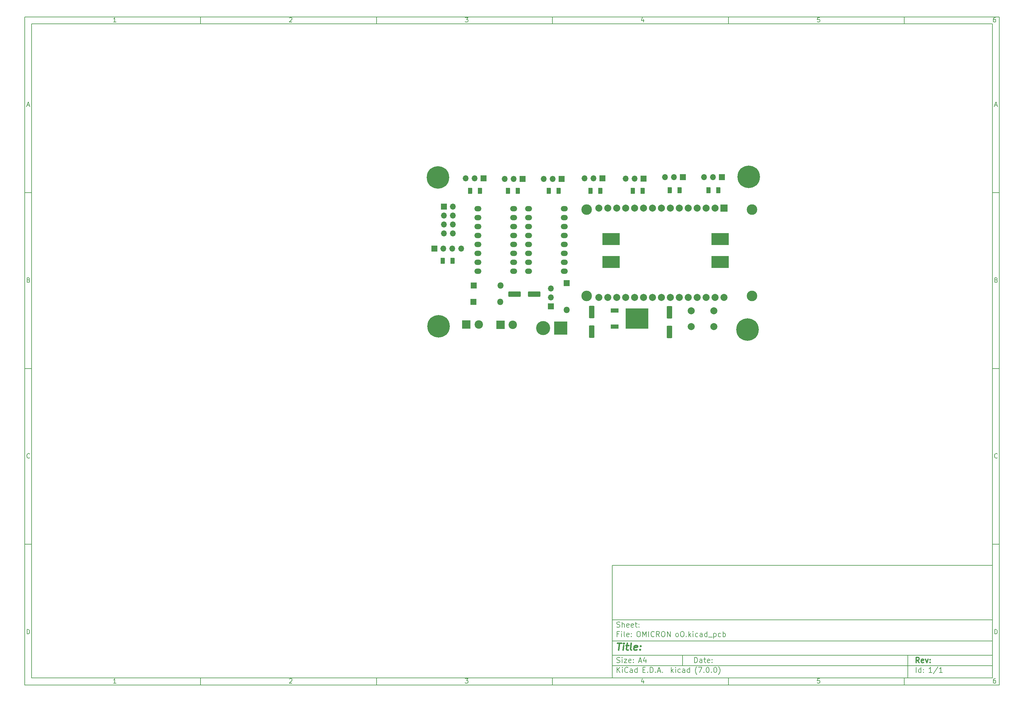
<source format=gbr>
%TF.GenerationSoftware,KiCad,Pcbnew,(7.0.0)*%
%TF.CreationDate,2023-04-21T00:05:07-05:00*%
%TF.ProjectId,OMICRON oO,4f4d4943-524f-44e2-906f-4f2e6b696361,rev?*%
%TF.SameCoordinates,Original*%
%TF.FileFunction,Soldermask,Top*%
%TF.FilePolarity,Negative*%
%FSLAX46Y46*%
G04 Gerber Fmt 4.6, Leading zero omitted, Abs format (unit mm)*
G04 Created by KiCad (PCBNEW (7.0.0)) date 2023-04-21 00:05:07*
%MOMM*%
%LPD*%
G01*
G04 APERTURE LIST*
G04 Aperture macros list*
%AMRoundRect*
0 Rectangle with rounded corners*
0 $1 Rounding radius*
0 $2 $3 $4 $5 $6 $7 $8 $9 X,Y pos of 4 corners*
0 Add a 4 corners polygon primitive as box body*
4,1,4,$2,$3,$4,$5,$6,$7,$8,$9,$2,$3,0*
0 Add four circle primitives for the rounded corners*
1,1,$1+$1,$2,$3*
1,1,$1+$1,$4,$5*
1,1,$1+$1,$6,$7*
1,1,$1+$1,$8,$9*
0 Add four rect primitives between the rounded corners*
20,1,$1+$1,$2,$3,$4,$5,0*
20,1,$1+$1,$4,$5,$6,$7,0*
20,1,$1+$1,$6,$7,$8,$9,0*
20,1,$1+$1,$8,$9,$2,$3,0*%
G04 Aperture macros list end*
%ADD10C,0.100000*%
%ADD11C,0.150000*%
%ADD12C,0.300000*%
%ADD13C,0.400000*%
%ADD14O,2.000000X1.524000*%
%ADD15RoundRect,0.250000X0.375000X0.625000X-0.375000X0.625000X-0.375000X-0.625000X0.375000X-0.625000X0*%
%ADD16RoundRect,0.250000X1.500000X0.550000X-1.500000X0.550000X-1.500000X-0.550000X1.500000X-0.550000X0*%
%ADD17R,1.700000X1.700000*%
%ADD18O,1.700000X1.700000*%
%ADD19C,0.800000*%
%ADD20C,6.400000*%
%ADD21R,1.800000X1.800000*%
%ADD22O,1.800000X1.800000*%
%ADD23R,2.400000X2.400000*%
%ADD24C,2.400000*%
%ADD25R,2.200000X1.200000*%
%ADD26R,6.400000X5.800000*%
%ADD27R,3.800000X3.800000*%
%ADD28C,4.000000*%
%ADD29C,3.000000*%
%ADD30R,2.000000X2.000000*%
%ADD31C,2.000000*%
%ADD32RoundRect,0.250000X-0.550000X1.500000X-0.550000X-1.500000X0.550000X-1.500000X0.550000X1.500000X0*%
%ADD33RoundRect,0.250000X0.550000X-1.500000X0.550000X1.500000X-0.550000X1.500000X-0.550000X-1.500000X0*%
%ADD34R,5.000000X3.500000*%
G04 APERTURE END LIST*
D10*
D11*
X177002200Y-166007200D02*
X285002200Y-166007200D01*
X285002200Y-198007200D01*
X177002200Y-198007200D01*
X177002200Y-166007200D01*
D10*
D11*
X10000000Y-10000000D02*
X287002200Y-10000000D01*
X287002200Y-200007200D01*
X10000000Y-200007200D01*
X10000000Y-10000000D01*
D10*
D11*
X12000000Y-12000000D02*
X285002200Y-12000000D01*
X285002200Y-198007200D01*
X12000000Y-198007200D01*
X12000000Y-12000000D01*
D10*
D11*
X60000000Y-12000000D02*
X60000000Y-10000000D01*
D10*
D11*
X110000000Y-12000000D02*
X110000000Y-10000000D01*
D10*
D11*
X160000000Y-12000000D02*
X160000000Y-10000000D01*
D10*
D11*
X210000000Y-12000000D02*
X210000000Y-10000000D01*
D10*
D11*
X260000000Y-12000000D02*
X260000000Y-10000000D01*
D10*
D11*
X35990476Y-11477595D02*
X35247619Y-11477595D01*
X35619047Y-11477595D02*
X35619047Y-10177595D01*
X35619047Y-10177595D02*
X35495238Y-10363309D01*
X35495238Y-10363309D02*
X35371428Y-10487119D01*
X35371428Y-10487119D02*
X35247619Y-10549023D01*
D10*
D11*
X85247619Y-10301404D02*
X85309523Y-10239500D01*
X85309523Y-10239500D02*
X85433333Y-10177595D01*
X85433333Y-10177595D02*
X85742857Y-10177595D01*
X85742857Y-10177595D02*
X85866666Y-10239500D01*
X85866666Y-10239500D02*
X85928571Y-10301404D01*
X85928571Y-10301404D02*
X85990476Y-10425214D01*
X85990476Y-10425214D02*
X85990476Y-10549023D01*
X85990476Y-10549023D02*
X85928571Y-10734738D01*
X85928571Y-10734738D02*
X85185714Y-11477595D01*
X85185714Y-11477595D02*
X85990476Y-11477595D01*
D10*
D11*
X135185714Y-10177595D02*
X135990476Y-10177595D01*
X135990476Y-10177595D02*
X135557142Y-10672833D01*
X135557142Y-10672833D02*
X135742857Y-10672833D01*
X135742857Y-10672833D02*
X135866666Y-10734738D01*
X135866666Y-10734738D02*
X135928571Y-10796642D01*
X135928571Y-10796642D02*
X135990476Y-10920452D01*
X135990476Y-10920452D02*
X135990476Y-11229976D01*
X135990476Y-11229976D02*
X135928571Y-11353785D01*
X135928571Y-11353785D02*
X135866666Y-11415690D01*
X135866666Y-11415690D02*
X135742857Y-11477595D01*
X135742857Y-11477595D02*
X135371428Y-11477595D01*
X135371428Y-11477595D02*
X135247619Y-11415690D01*
X135247619Y-11415690D02*
X135185714Y-11353785D01*
D10*
D11*
X185866666Y-10610928D02*
X185866666Y-11477595D01*
X185557142Y-10115690D02*
X185247619Y-11044261D01*
X185247619Y-11044261D02*
X186052380Y-11044261D01*
D10*
D11*
X235928571Y-10177595D02*
X235309523Y-10177595D01*
X235309523Y-10177595D02*
X235247619Y-10796642D01*
X235247619Y-10796642D02*
X235309523Y-10734738D01*
X235309523Y-10734738D02*
X235433333Y-10672833D01*
X235433333Y-10672833D02*
X235742857Y-10672833D01*
X235742857Y-10672833D02*
X235866666Y-10734738D01*
X235866666Y-10734738D02*
X235928571Y-10796642D01*
X235928571Y-10796642D02*
X235990476Y-10920452D01*
X235990476Y-10920452D02*
X235990476Y-11229976D01*
X235990476Y-11229976D02*
X235928571Y-11353785D01*
X235928571Y-11353785D02*
X235866666Y-11415690D01*
X235866666Y-11415690D02*
X235742857Y-11477595D01*
X235742857Y-11477595D02*
X235433333Y-11477595D01*
X235433333Y-11477595D02*
X235309523Y-11415690D01*
X235309523Y-11415690D02*
X235247619Y-11353785D01*
D10*
D11*
X285866666Y-10177595D02*
X285619047Y-10177595D01*
X285619047Y-10177595D02*
X285495238Y-10239500D01*
X285495238Y-10239500D02*
X285433333Y-10301404D01*
X285433333Y-10301404D02*
X285309523Y-10487119D01*
X285309523Y-10487119D02*
X285247619Y-10734738D01*
X285247619Y-10734738D02*
X285247619Y-11229976D01*
X285247619Y-11229976D02*
X285309523Y-11353785D01*
X285309523Y-11353785D02*
X285371428Y-11415690D01*
X285371428Y-11415690D02*
X285495238Y-11477595D01*
X285495238Y-11477595D02*
X285742857Y-11477595D01*
X285742857Y-11477595D02*
X285866666Y-11415690D01*
X285866666Y-11415690D02*
X285928571Y-11353785D01*
X285928571Y-11353785D02*
X285990476Y-11229976D01*
X285990476Y-11229976D02*
X285990476Y-10920452D01*
X285990476Y-10920452D02*
X285928571Y-10796642D01*
X285928571Y-10796642D02*
X285866666Y-10734738D01*
X285866666Y-10734738D02*
X285742857Y-10672833D01*
X285742857Y-10672833D02*
X285495238Y-10672833D01*
X285495238Y-10672833D02*
X285371428Y-10734738D01*
X285371428Y-10734738D02*
X285309523Y-10796642D01*
X285309523Y-10796642D02*
X285247619Y-10920452D01*
D10*
D11*
X60000000Y-198007200D02*
X60000000Y-200007200D01*
D10*
D11*
X110000000Y-198007200D02*
X110000000Y-200007200D01*
D10*
D11*
X160000000Y-198007200D02*
X160000000Y-200007200D01*
D10*
D11*
X210000000Y-198007200D02*
X210000000Y-200007200D01*
D10*
D11*
X260000000Y-198007200D02*
X260000000Y-200007200D01*
D10*
D11*
X35990476Y-199484795D02*
X35247619Y-199484795D01*
X35619047Y-199484795D02*
X35619047Y-198184795D01*
X35619047Y-198184795D02*
X35495238Y-198370509D01*
X35495238Y-198370509D02*
X35371428Y-198494319D01*
X35371428Y-198494319D02*
X35247619Y-198556223D01*
D10*
D11*
X85247619Y-198308604D02*
X85309523Y-198246700D01*
X85309523Y-198246700D02*
X85433333Y-198184795D01*
X85433333Y-198184795D02*
X85742857Y-198184795D01*
X85742857Y-198184795D02*
X85866666Y-198246700D01*
X85866666Y-198246700D02*
X85928571Y-198308604D01*
X85928571Y-198308604D02*
X85990476Y-198432414D01*
X85990476Y-198432414D02*
X85990476Y-198556223D01*
X85990476Y-198556223D02*
X85928571Y-198741938D01*
X85928571Y-198741938D02*
X85185714Y-199484795D01*
X85185714Y-199484795D02*
X85990476Y-199484795D01*
D10*
D11*
X135185714Y-198184795D02*
X135990476Y-198184795D01*
X135990476Y-198184795D02*
X135557142Y-198680033D01*
X135557142Y-198680033D02*
X135742857Y-198680033D01*
X135742857Y-198680033D02*
X135866666Y-198741938D01*
X135866666Y-198741938D02*
X135928571Y-198803842D01*
X135928571Y-198803842D02*
X135990476Y-198927652D01*
X135990476Y-198927652D02*
X135990476Y-199237176D01*
X135990476Y-199237176D02*
X135928571Y-199360985D01*
X135928571Y-199360985D02*
X135866666Y-199422890D01*
X135866666Y-199422890D02*
X135742857Y-199484795D01*
X135742857Y-199484795D02*
X135371428Y-199484795D01*
X135371428Y-199484795D02*
X135247619Y-199422890D01*
X135247619Y-199422890D02*
X135185714Y-199360985D01*
D10*
D11*
X185866666Y-198618128D02*
X185866666Y-199484795D01*
X185557142Y-198122890D02*
X185247619Y-199051461D01*
X185247619Y-199051461D02*
X186052380Y-199051461D01*
D10*
D11*
X235928571Y-198184795D02*
X235309523Y-198184795D01*
X235309523Y-198184795D02*
X235247619Y-198803842D01*
X235247619Y-198803842D02*
X235309523Y-198741938D01*
X235309523Y-198741938D02*
X235433333Y-198680033D01*
X235433333Y-198680033D02*
X235742857Y-198680033D01*
X235742857Y-198680033D02*
X235866666Y-198741938D01*
X235866666Y-198741938D02*
X235928571Y-198803842D01*
X235928571Y-198803842D02*
X235990476Y-198927652D01*
X235990476Y-198927652D02*
X235990476Y-199237176D01*
X235990476Y-199237176D02*
X235928571Y-199360985D01*
X235928571Y-199360985D02*
X235866666Y-199422890D01*
X235866666Y-199422890D02*
X235742857Y-199484795D01*
X235742857Y-199484795D02*
X235433333Y-199484795D01*
X235433333Y-199484795D02*
X235309523Y-199422890D01*
X235309523Y-199422890D02*
X235247619Y-199360985D01*
D10*
D11*
X285866666Y-198184795D02*
X285619047Y-198184795D01*
X285619047Y-198184795D02*
X285495238Y-198246700D01*
X285495238Y-198246700D02*
X285433333Y-198308604D01*
X285433333Y-198308604D02*
X285309523Y-198494319D01*
X285309523Y-198494319D02*
X285247619Y-198741938D01*
X285247619Y-198741938D02*
X285247619Y-199237176D01*
X285247619Y-199237176D02*
X285309523Y-199360985D01*
X285309523Y-199360985D02*
X285371428Y-199422890D01*
X285371428Y-199422890D02*
X285495238Y-199484795D01*
X285495238Y-199484795D02*
X285742857Y-199484795D01*
X285742857Y-199484795D02*
X285866666Y-199422890D01*
X285866666Y-199422890D02*
X285928571Y-199360985D01*
X285928571Y-199360985D02*
X285990476Y-199237176D01*
X285990476Y-199237176D02*
X285990476Y-198927652D01*
X285990476Y-198927652D02*
X285928571Y-198803842D01*
X285928571Y-198803842D02*
X285866666Y-198741938D01*
X285866666Y-198741938D02*
X285742857Y-198680033D01*
X285742857Y-198680033D02*
X285495238Y-198680033D01*
X285495238Y-198680033D02*
X285371428Y-198741938D01*
X285371428Y-198741938D02*
X285309523Y-198803842D01*
X285309523Y-198803842D02*
X285247619Y-198927652D01*
D10*
D11*
X10000000Y-60000000D02*
X12000000Y-60000000D01*
D10*
D11*
X10000000Y-110000000D02*
X12000000Y-110000000D01*
D10*
D11*
X10000000Y-160000000D02*
X12000000Y-160000000D01*
D10*
D11*
X10690476Y-35106166D02*
X11309523Y-35106166D01*
X10566666Y-35477595D02*
X10999999Y-34177595D01*
X10999999Y-34177595D02*
X11433333Y-35477595D01*
D10*
D11*
X11092857Y-84796642D02*
X11278571Y-84858547D01*
X11278571Y-84858547D02*
X11340476Y-84920452D01*
X11340476Y-84920452D02*
X11402380Y-85044261D01*
X11402380Y-85044261D02*
X11402380Y-85229976D01*
X11402380Y-85229976D02*
X11340476Y-85353785D01*
X11340476Y-85353785D02*
X11278571Y-85415690D01*
X11278571Y-85415690D02*
X11154761Y-85477595D01*
X11154761Y-85477595D02*
X10659523Y-85477595D01*
X10659523Y-85477595D02*
X10659523Y-84177595D01*
X10659523Y-84177595D02*
X11092857Y-84177595D01*
X11092857Y-84177595D02*
X11216666Y-84239500D01*
X11216666Y-84239500D02*
X11278571Y-84301404D01*
X11278571Y-84301404D02*
X11340476Y-84425214D01*
X11340476Y-84425214D02*
X11340476Y-84549023D01*
X11340476Y-84549023D02*
X11278571Y-84672833D01*
X11278571Y-84672833D02*
X11216666Y-84734738D01*
X11216666Y-84734738D02*
X11092857Y-84796642D01*
X11092857Y-84796642D02*
X10659523Y-84796642D01*
D10*
D11*
X11402380Y-135353785D02*
X11340476Y-135415690D01*
X11340476Y-135415690D02*
X11154761Y-135477595D01*
X11154761Y-135477595D02*
X11030952Y-135477595D01*
X11030952Y-135477595D02*
X10845238Y-135415690D01*
X10845238Y-135415690D02*
X10721428Y-135291880D01*
X10721428Y-135291880D02*
X10659523Y-135168071D01*
X10659523Y-135168071D02*
X10597619Y-134920452D01*
X10597619Y-134920452D02*
X10597619Y-134734738D01*
X10597619Y-134734738D02*
X10659523Y-134487119D01*
X10659523Y-134487119D02*
X10721428Y-134363309D01*
X10721428Y-134363309D02*
X10845238Y-134239500D01*
X10845238Y-134239500D02*
X11030952Y-134177595D01*
X11030952Y-134177595D02*
X11154761Y-134177595D01*
X11154761Y-134177595D02*
X11340476Y-134239500D01*
X11340476Y-134239500D02*
X11402380Y-134301404D01*
D10*
D11*
X10659523Y-185477595D02*
X10659523Y-184177595D01*
X10659523Y-184177595D02*
X10969047Y-184177595D01*
X10969047Y-184177595D02*
X11154761Y-184239500D01*
X11154761Y-184239500D02*
X11278571Y-184363309D01*
X11278571Y-184363309D02*
X11340476Y-184487119D01*
X11340476Y-184487119D02*
X11402380Y-184734738D01*
X11402380Y-184734738D02*
X11402380Y-184920452D01*
X11402380Y-184920452D02*
X11340476Y-185168071D01*
X11340476Y-185168071D02*
X11278571Y-185291880D01*
X11278571Y-185291880D02*
X11154761Y-185415690D01*
X11154761Y-185415690D02*
X10969047Y-185477595D01*
X10969047Y-185477595D02*
X10659523Y-185477595D01*
D10*
D11*
X287002200Y-60000000D02*
X285002200Y-60000000D01*
D10*
D11*
X287002200Y-110000000D02*
X285002200Y-110000000D01*
D10*
D11*
X287002200Y-160000000D02*
X285002200Y-160000000D01*
D10*
D11*
X285692676Y-35106166D02*
X286311723Y-35106166D01*
X285568866Y-35477595D02*
X286002199Y-34177595D01*
X286002199Y-34177595D02*
X286435533Y-35477595D01*
D10*
D11*
X286095057Y-84796642D02*
X286280771Y-84858547D01*
X286280771Y-84858547D02*
X286342676Y-84920452D01*
X286342676Y-84920452D02*
X286404580Y-85044261D01*
X286404580Y-85044261D02*
X286404580Y-85229976D01*
X286404580Y-85229976D02*
X286342676Y-85353785D01*
X286342676Y-85353785D02*
X286280771Y-85415690D01*
X286280771Y-85415690D02*
X286156961Y-85477595D01*
X286156961Y-85477595D02*
X285661723Y-85477595D01*
X285661723Y-85477595D02*
X285661723Y-84177595D01*
X285661723Y-84177595D02*
X286095057Y-84177595D01*
X286095057Y-84177595D02*
X286218866Y-84239500D01*
X286218866Y-84239500D02*
X286280771Y-84301404D01*
X286280771Y-84301404D02*
X286342676Y-84425214D01*
X286342676Y-84425214D02*
X286342676Y-84549023D01*
X286342676Y-84549023D02*
X286280771Y-84672833D01*
X286280771Y-84672833D02*
X286218866Y-84734738D01*
X286218866Y-84734738D02*
X286095057Y-84796642D01*
X286095057Y-84796642D02*
X285661723Y-84796642D01*
D10*
D11*
X286404580Y-135353785D02*
X286342676Y-135415690D01*
X286342676Y-135415690D02*
X286156961Y-135477595D01*
X286156961Y-135477595D02*
X286033152Y-135477595D01*
X286033152Y-135477595D02*
X285847438Y-135415690D01*
X285847438Y-135415690D02*
X285723628Y-135291880D01*
X285723628Y-135291880D02*
X285661723Y-135168071D01*
X285661723Y-135168071D02*
X285599819Y-134920452D01*
X285599819Y-134920452D02*
X285599819Y-134734738D01*
X285599819Y-134734738D02*
X285661723Y-134487119D01*
X285661723Y-134487119D02*
X285723628Y-134363309D01*
X285723628Y-134363309D02*
X285847438Y-134239500D01*
X285847438Y-134239500D02*
X286033152Y-134177595D01*
X286033152Y-134177595D02*
X286156961Y-134177595D01*
X286156961Y-134177595D02*
X286342676Y-134239500D01*
X286342676Y-134239500D02*
X286404580Y-134301404D01*
D10*
D11*
X285661723Y-185477595D02*
X285661723Y-184177595D01*
X285661723Y-184177595D02*
X285971247Y-184177595D01*
X285971247Y-184177595D02*
X286156961Y-184239500D01*
X286156961Y-184239500D02*
X286280771Y-184363309D01*
X286280771Y-184363309D02*
X286342676Y-184487119D01*
X286342676Y-184487119D02*
X286404580Y-184734738D01*
X286404580Y-184734738D02*
X286404580Y-184920452D01*
X286404580Y-184920452D02*
X286342676Y-185168071D01*
X286342676Y-185168071D02*
X286280771Y-185291880D01*
X286280771Y-185291880D02*
X286156961Y-185415690D01*
X286156961Y-185415690D02*
X285971247Y-185477595D01*
X285971247Y-185477595D02*
X285661723Y-185477595D01*
D10*
D11*
X200359342Y-193658271D02*
X200359342Y-192158271D01*
X200359342Y-192158271D02*
X200716485Y-192158271D01*
X200716485Y-192158271D02*
X200930771Y-192229700D01*
X200930771Y-192229700D02*
X201073628Y-192372557D01*
X201073628Y-192372557D02*
X201145057Y-192515414D01*
X201145057Y-192515414D02*
X201216485Y-192801128D01*
X201216485Y-192801128D02*
X201216485Y-193015414D01*
X201216485Y-193015414D02*
X201145057Y-193301128D01*
X201145057Y-193301128D02*
X201073628Y-193443985D01*
X201073628Y-193443985D02*
X200930771Y-193586842D01*
X200930771Y-193586842D02*
X200716485Y-193658271D01*
X200716485Y-193658271D02*
X200359342Y-193658271D01*
X202502200Y-193658271D02*
X202502200Y-192872557D01*
X202502200Y-192872557D02*
X202430771Y-192729700D01*
X202430771Y-192729700D02*
X202287914Y-192658271D01*
X202287914Y-192658271D02*
X202002200Y-192658271D01*
X202002200Y-192658271D02*
X201859342Y-192729700D01*
X202502200Y-193586842D02*
X202359342Y-193658271D01*
X202359342Y-193658271D02*
X202002200Y-193658271D01*
X202002200Y-193658271D02*
X201859342Y-193586842D01*
X201859342Y-193586842D02*
X201787914Y-193443985D01*
X201787914Y-193443985D02*
X201787914Y-193301128D01*
X201787914Y-193301128D02*
X201859342Y-193158271D01*
X201859342Y-193158271D02*
X202002200Y-193086842D01*
X202002200Y-193086842D02*
X202359342Y-193086842D01*
X202359342Y-193086842D02*
X202502200Y-193015414D01*
X203002200Y-192658271D02*
X203573628Y-192658271D01*
X203216485Y-192158271D02*
X203216485Y-193443985D01*
X203216485Y-193443985D02*
X203287914Y-193586842D01*
X203287914Y-193586842D02*
X203430771Y-193658271D01*
X203430771Y-193658271D02*
X203573628Y-193658271D01*
X204645057Y-193586842D02*
X204502200Y-193658271D01*
X204502200Y-193658271D02*
X204216486Y-193658271D01*
X204216486Y-193658271D02*
X204073628Y-193586842D01*
X204073628Y-193586842D02*
X204002200Y-193443985D01*
X204002200Y-193443985D02*
X204002200Y-192872557D01*
X204002200Y-192872557D02*
X204073628Y-192729700D01*
X204073628Y-192729700D02*
X204216486Y-192658271D01*
X204216486Y-192658271D02*
X204502200Y-192658271D01*
X204502200Y-192658271D02*
X204645057Y-192729700D01*
X204645057Y-192729700D02*
X204716486Y-192872557D01*
X204716486Y-192872557D02*
X204716486Y-193015414D01*
X204716486Y-193015414D02*
X204002200Y-193158271D01*
X205359342Y-193515414D02*
X205430771Y-193586842D01*
X205430771Y-193586842D02*
X205359342Y-193658271D01*
X205359342Y-193658271D02*
X205287914Y-193586842D01*
X205287914Y-193586842D02*
X205359342Y-193515414D01*
X205359342Y-193515414D02*
X205359342Y-193658271D01*
X205359342Y-192729700D02*
X205430771Y-192801128D01*
X205430771Y-192801128D02*
X205359342Y-192872557D01*
X205359342Y-192872557D02*
X205287914Y-192801128D01*
X205287914Y-192801128D02*
X205359342Y-192729700D01*
X205359342Y-192729700D02*
X205359342Y-192872557D01*
D10*
D11*
X177002200Y-194507200D02*
X285002200Y-194507200D01*
D10*
D11*
X178359342Y-196458271D02*
X178359342Y-194958271D01*
X179216485Y-196458271D02*
X178573628Y-195601128D01*
X179216485Y-194958271D02*
X178359342Y-195815414D01*
X179859342Y-196458271D02*
X179859342Y-195458271D01*
X179859342Y-194958271D02*
X179787914Y-195029700D01*
X179787914Y-195029700D02*
X179859342Y-195101128D01*
X179859342Y-195101128D02*
X179930771Y-195029700D01*
X179930771Y-195029700D02*
X179859342Y-194958271D01*
X179859342Y-194958271D02*
X179859342Y-195101128D01*
X181430771Y-196315414D02*
X181359343Y-196386842D01*
X181359343Y-196386842D02*
X181145057Y-196458271D01*
X181145057Y-196458271D02*
X181002200Y-196458271D01*
X181002200Y-196458271D02*
X180787914Y-196386842D01*
X180787914Y-196386842D02*
X180645057Y-196243985D01*
X180645057Y-196243985D02*
X180573628Y-196101128D01*
X180573628Y-196101128D02*
X180502200Y-195815414D01*
X180502200Y-195815414D02*
X180502200Y-195601128D01*
X180502200Y-195601128D02*
X180573628Y-195315414D01*
X180573628Y-195315414D02*
X180645057Y-195172557D01*
X180645057Y-195172557D02*
X180787914Y-195029700D01*
X180787914Y-195029700D02*
X181002200Y-194958271D01*
X181002200Y-194958271D02*
X181145057Y-194958271D01*
X181145057Y-194958271D02*
X181359343Y-195029700D01*
X181359343Y-195029700D02*
X181430771Y-195101128D01*
X182716486Y-196458271D02*
X182716486Y-195672557D01*
X182716486Y-195672557D02*
X182645057Y-195529700D01*
X182645057Y-195529700D02*
X182502200Y-195458271D01*
X182502200Y-195458271D02*
X182216486Y-195458271D01*
X182216486Y-195458271D02*
X182073628Y-195529700D01*
X182716486Y-196386842D02*
X182573628Y-196458271D01*
X182573628Y-196458271D02*
X182216486Y-196458271D01*
X182216486Y-196458271D02*
X182073628Y-196386842D01*
X182073628Y-196386842D02*
X182002200Y-196243985D01*
X182002200Y-196243985D02*
X182002200Y-196101128D01*
X182002200Y-196101128D02*
X182073628Y-195958271D01*
X182073628Y-195958271D02*
X182216486Y-195886842D01*
X182216486Y-195886842D02*
X182573628Y-195886842D01*
X182573628Y-195886842D02*
X182716486Y-195815414D01*
X184073629Y-196458271D02*
X184073629Y-194958271D01*
X184073629Y-196386842D02*
X183930771Y-196458271D01*
X183930771Y-196458271D02*
X183645057Y-196458271D01*
X183645057Y-196458271D02*
X183502200Y-196386842D01*
X183502200Y-196386842D02*
X183430771Y-196315414D01*
X183430771Y-196315414D02*
X183359343Y-196172557D01*
X183359343Y-196172557D02*
X183359343Y-195743985D01*
X183359343Y-195743985D02*
X183430771Y-195601128D01*
X183430771Y-195601128D02*
X183502200Y-195529700D01*
X183502200Y-195529700D02*
X183645057Y-195458271D01*
X183645057Y-195458271D02*
X183930771Y-195458271D01*
X183930771Y-195458271D02*
X184073629Y-195529700D01*
X185687914Y-195672557D02*
X186187914Y-195672557D01*
X186402200Y-196458271D02*
X185687914Y-196458271D01*
X185687914Y-196458271D02*
X185687914Y-194958271D01*
X185687914Y-194958271D02*
X186402200Y-194958271D01*
X187045057Y-196315414D02*
X187116486Y-196386842D01*
X187116486Y-196386842D02*
X187045057Y-196458271D01*
X187045057Y-196458271D02*
X186973629Y-196386842D01*
X186973629Y-196386842D02*
X187045057Y-196315414D01*
X187045057Y-196315414D02*
X187045057Y-196458271D01*
X187759343Y-196458271D02*
X187759343Y-194958271D01*
X187759343Y-194958271D02*
X188116486Y-194958271D01*
X188116486Y-194958271D02*
X188330772Y-195029700D01*
X188330772Y-195029700D02*
X188473629Y-195172557D01*
X188473629Y-195172557D02*
X188545058Y-195315414D01*
X188545058Y-195315414D02*
X188616486Y-195601128D01*
X188616486Y-195601128D02*
X188616486Y-195815414D01*
X188616486Y-195815414D02*
X188545058Y-196101128D01*
X188545058Y-196101128D02*
X188473629Y-196243985D01*
X188473629Y-196243985D02*
X188330772Y-196386842D01*
X188330772Y-196386842D02*
X188116486Y-196458271D01*
X188116486Y-196458271D02*
X187759343Y-196458271D01*
X189259343Y-196315414D02*
X189330772Y-196386842D01*
X189330772Y-196386842D02*
X189259343Y-196458271D01*
X189259343Y-196458271D02*
X189187915Y-196386842D01*
X189187915Y-196386842D02*
X189259343Y-196315414D01*
X189259343Y-196315414D02*
X189259343Y-196458271D01*
X189902201Y-196029700D02*
X190616487Y-196029700D01*
X189759344Y-196458271D02*
X190259344Y-194958271D01*
X190259344Y-194958271D02*
X190759344Y-196458271D01*
X191259343Y-196315414D02*
X191330772Y-196386842D01*
X191330772Y-196386842D02*
X191259343Y-196458271D01*
X191259343Y-196458271D02*
X191187915Y-196386842D01*
X191187915Y-196386842D02*
X191259343Y-196315414D01*
X191259343Y-196315414D02*
X191259343Y-196458271D01*
X193773629Y-196458271D02*
X193773629Y-194958271D01*
X193916487Y-195886842D02*
X194345058Y-196458271D01*
X194345058Y-195458271D02*
X193773629Y-196029700D01*
X194987915Y-196458271D02*
X194987915Y-195458271D01*
X194987915Y-194958271D02*
X194916487Y-195029700D01*
X194916487Y-195029700D02*
X194987915Y-195101128D01*
X194987915Y-195101128D02*
X195059344Y-195029700D01*
X195059344Y-195029700D02*
X194987915Y-194958271D01*
X194987915Y-194958271D02*
X194987915Y-195101128D01*
X196345059Y-196386842D02*
X196202201Y-196458271D01*
X196202201Y-196458271D02*
X195916487Y-196458271D01*
X195916487Y-196458271D02*
X195773630Y-196386842D01*
X195773630Y-196386842D02*
X195702201Y-196315414D01*
X195702201Y-196315414D02*
X195630773Y-196172557D01*
X195630773Y-196172557D02*
X195630773Y-195743985D01*
X195630773Y-195743985D02*
X195702201Y-195601128D01*
X195702201Y-195601128D02*
X195773630Y-195529700D01*
X195773630Y-195529700D02*
X195916487Y-195458271D01*
X195916487Y-195458271D02*
X196202201Y-195458271D01*
X196202201Y-195458271D02*
X196345059Y-195529700D01*
X197630773Y-196458271D02*
X197630773Y-195672557D01*
X197630773Y-195672557D02*
X197559344Y-195529700D01*
X197559344Y-195529700D02*
X197416487Y-195458271D01*
X197416487Y-195458271D02*
X197130773Y-195458271D01*
X197130773Y-195458271D02*
X196987915Y-195529700D01*
X197630773Y-196386842D02*
X197487915Y-196458271D01*
X197487915Y-196458271D02*
X197130773Y-196458271D01*
X197130773Y-196458271D02*
X196987915Y-196386842D01*
X196987915Y-196386842D02*
X196916487Y-196243985D01*
X196916487Y-196243985D02*
X196916487Y-196101128D01*
X196916487Y-196101128D02*
X196987915Y-195958271D01*
X196987915Y-195958271D02*
X197130773Y-195886842D01*
X197130773Y-195886842D02*
X197487915Y-195886842D01*
X197487915Y-195886842D02*
X197630773Y-195815414D01*
X198987916Y-196458271D02*
X198987916Y-194958271D01*
X198987916Y-196386842D02*
X198845058Y-196458271D01*
X198845058Y-196458271D02*
X198559344Y-196458271D01*
X198559344Y-196458271D02*
X198416487Y-196386842D01*
X198416487Y-196386842D02*
X198345058Y-196315414D01*
X198345058Y-196315414D02*
X198273630Y-196172557D01*
X198273630Y-196172557D02*
X198273630Y-195743985D01*
X198273630Y-195743985D02*
X198345058Y-195601128D01*
X198345058Y-195601128D02*
X198416487Y-195529700D01*
X198416487Y-195529700D02*
X198559344Y-195458271D01*
X198559344Y-195458271D02*
X198845058Y-195458271D01*
X198845058Y-195458271D02*
X198987916Y-195529700D01*
X201030773Y-197029700D02*
X200959344Y-196958271D01*
X200959344Y-196958271D02*
X200816487Y-196743985D01*
X200816487Y-196743985D02*
X200745059Y-196601128D01*
X200745059Y-196601128D02*
X200673630Y-196386842D01*
X200673630Y-196386842D02*
X200602201Y-196029700D01*
X200602201Y-196029700D02*
X200602201Y-195743985D01*
X200602201Y-195743985D02*
X200673630Y-195386842D01*
X200673630Y-195386842D02*
X200745059Y-195172557D01*
X200745059Y-195172557D02*
X200816487Y-195029700D01*
X200816487Y-195029700D02*
X200959344Y-194815414D01*
X200959344Y-194815414D02*
X201030773Y-194743985D01*
X201459344Y-194958271D02*
X202459344Y-194958271D01*
X202459344Y-194958271D02*
X201816487Y-196458271D01*
X203030772Y-196315414D02*
X203102201Y-196386842D01*
X203102201Y-196386842D02*
X203030772Y-196458271D01*
X203030772Y-196458271D02*
X202959344Y-196386842D01*
X202959344Y-196386842D02*
X203030772Y-196315414D01*
X203030772Y-196315414D02*
X203030772Y-196458271D01*
X204030773Y-194958271D02*
X204173630Y-194958271D01*
X204173630Y-194958271D02*
X204316487Y-195029700D01*
X204316487Y-195029700D02*
X204387916Y-195101128D01*
X204387916Y-195101128D02*
X204459344Y-195243985D01*
X204459344Y-195243985D02*
X204530773Y-195529700D01*
X204530773Y-195529700D02*
X204530773Y-195886842D01*
X204530773Y-195886842D02*
X204459344Y-196172557D01*
X204459344Y-196172557D02*
X204387916Y-196315414D01*
X204387916Y-196315414D02*
X204316487Y-196386842D01*
X204316487Y-196386842D02*
X204173630Y-196458271D01*
X204173630Y-196458271D02*
X204030773Y-196458271D01*
X204030773Y-196458271D02*
X203887916Y-196386842D01*
X203887916Y-196386842D02*
X203816487Y-196315414D01*
X203816487Y-196315414D02*
X203745058Y-196172557D01*
X203745058Y-196172557D02*
X203673630Y-195886842D01*
X203673630Y-195886842D02*
X203673630Y-195529700D01*
X203673630Y-195529700D02*
X203745058Y-195243985D01*
X203745058Y-195243985D02*
X203816487Y-195101128D01*
X203816487Y-195101128D02*
X203887916Y-195029700D01*
X203887916Y-195029700D02*
X204030773Y-194958271D01*
X205173629Y-196315414D02*
X205245058Y-196386842D01*
X205245058Y-196386842D02*
X205173629Y-196458271D01*
X205173629Y-196458271D02*
X205102201Y-196386842D01*
X205102201Y-196386842D02*
X205173629Y-196315414D01*
X205173629Y-196315414D02*
X205173629Y-196458271D01*
X206173630Y-194958271D02*
X206316487Y-194958271D01*
X206316487Y-194958271D02*
X206459344Y-195029700D01*
X206459344Y-195029700D02*
X206530773Y-195101128D01*
X206530773Y-195101128D02*
X206602201Y-195243985D01*
X206602201Y-195243985D02*
X206673630Y-195529700D01*
X206673630Y-195529700D02*
X206673630Y-195886842D01*
X206673630Y-195886842D02*
X206602201Y-196172557D01*
X206602201Y-196172557D02*
X206530773Y-196315414D01*
X206530773Y-196315414D02*
X206459344Y-196386842D01*
X206459344Y-196386842D02*
X206316487Y-196458271D01*
X206316487Y-196458271D02*
X206173630Y-196458271D01*
X206173630Y-196458271D02*
X206030773Y-196386842D01*
X206030773Y-196386842D02*
X205959344Y-196315414D01*
X205959344Y-196315414D02*
X205887915Y-196172557D01*
X205887915Y-196172557D02*
X205816487Y-195886842D01*
X205816487Y-195886842D02*
X205816487Y-195529700D01*
X205816487Y-195529700D02*
X205887915Y-195243985D01*
X205887915Y-195243985D02*
X205959344Y-195101128D01*
X205959344Y-195101128D02*
X206030773Y-195029700D01*
X206030773Y-195029700D02*
X206173630Y-194958271D01*
X207173629Y-197029700D02*
X207245058Y-196958271D01*
X207245058Y-196958271D02*
X207387915Y-196743985D01*
X207387915Y-196743985D02*
X207459344Y-196601128D01*
X207459344Y-196601128D02*
X207530772Y-196386842D01*
X207530772Y-196386842D02*
X207602201Y-196029700D01*
X207602201Y-196029700D02*
X207602201Y-195743985D01*
X207602201Y-195743985D02*
X207530772Y-195386842D01*
X207530772Y-195386842D02*
X207459344Y-195172557D01*
X207459344Y-195172557D02*
X207387915Y-195029700D01*
X207387915Y-195029700D02*
X207245058Y-194815414D01*
X207245058Y-194815414D02*
X207173629Y-194743985D01*
D10*
D11*
X177002200Y-191507200D02*
X285002200Y-191507200D01*
D10*
D12*
X264216485Y-193658271D02*
X263716485Y-192943985D01*
X263359342Y-193658271D02*
X263359342Y-192158271D01*
X263359342Y-192158271D02*
X263930771Y-192158271D01*
X263930771Y-192158271D02*
X264073628Y-192229700D01*
X264073628Y-192229700D02*
X264145057Y-192301128D01*
X264145057Y-192301128D02*
X264216485Y-192443985D01*
X264216485Y-192443985D02*
X264216485Y-192658271D01*
X264216485Y-192658271D02*
X264145057Y-192801128D01*
X264145057Y-192801128D02*
X264073628Y-192872557D01*
X264073628Y-192872557D02*
X263930771Y-192943985D01*
X263930771Y-192943985D02*
X263359342Y-192943985D01*
X265430771Y-193586842D02*
X265287914Y-193658271D01*
X265287914Y-193658271D02*
X265002200Y-193658271D01*
X265002200Y-193658271D02*
X264859342Y-193586842D01*
X264859342Y-193586842D02*
X264787914Y-193443985D01*
X264787914Y-193443985D02*
X264787914Y-192872557D01*
X264787914Y-192872557D02*
X264859342Y-192729700D01*
X264859342Y-192729700D02*
X265002200Y-192658271D01*
X265002200Y-192658271D02*
X265287914Y-192658271D01*
X265287914Y-192658271D02*
X265430771Y-192729700D01*
X265430771Y-192729700D02*
X265502200Y-192872557D01*
X265502200Y-192872557D02*
X265502200Y-193015414D01*
X265502200Y-193015414D02*
X264787914Y-193158271D01*
X266002199Y-192658271D02*
X266359342Y-193658271D01*
X266359342Y-193658271D02*
X266716485Y-192658271D01*
X267287913Y-193515414D02*
X267359342Y-193586842D01*
X267359342Y-193586842D02*
X267287913Y-193658271D01*
X267287913Y-193658271D02*
X267216485Y-193586842D01*
X267216485Y-193586842D02*
X267287913Y-193515414D01*
X267287913Y-193515414D02*
X267287913Y-193658271D01*
X267287913Y-192729700D02*
X267359342Y-192801128D01*
X267359342Y-192801128D02*
X267287913Y-192872557D01*
X267287913Y-192872557D02*
X267216485Y-192801128D01*
X267216485Y-192801128D02*
X267287913Y-192729700D01*
X267287913Y-192729700D02*
X267287913Y-192872557D01*
D10*
D11*
X178287914Y-193586842D02*
X178502200Y-193658271D01*
X178502200Y-193658271D02*
X178859342Y-193658271D01*
X178859342Y-193658271D02*
X179002200Y-193586842D01*
X179002200Y-193586842D02*
X179073628Y-193515414D01*
X179073628Y-193515414D02*
X179145057Y-193372557D01*
X179145057Y-193372557D02*
X179145057Y-193229700D01*
X179145057Y-193229700D02*
X179073628Y-193086842D01*
X179073628Y-193086842D02*
X179002200Y-193015414D01*
X179002200Y-193015414D02*
X178859342Y-192943985D01*
X178859342Y-192943985D02*
X178573628Y-192872557D01*
X178573628Y-192872557D02*
X178430771Y-192801128D01*
X178430771Y-192801128D02*
X178359342Y-192729700D01*
X178359342Y-192729700D02*
X178287914Y-192586842D01*
X178287914Y-192586842D02*
X178287914Y-192443985D01*
X178287914Y-192443985D02*
X178359342Y-192301128D01*
X178359342Y-192301128D02*
X178430771Y-192229700D01*
X178430771Y-192229700D02*
X178573628Y-192158271D01*
X178573628Y-192158271D02*
X178930771Y-192158271D01*
X178930771Y-192158271D02*
X179145057Y-192229700D01*
X179787913Y-193658271D02*
X179787913Y-192658271D01*
X179787913Y-192158271D02*
X179716485Y-192229700D01*
X179716485Y-192229700D02*
X179787913Y-192301128D01*
X179787913Y-192301128D02*
X179859342Y-192229700D01*
X179859342Y-192229700D02*
X179787913Y-192158271D01*
X179787913Y-192158271D02*
X179787913Y-192301128D01*
X180359342Y-192658271D02*
X181145057Y-192658271D01*
X181145057Y-192658271D02*
X180359342Y-193658271D01*
X180359342Y-193658271D02*
X181145057Y-193658271D01*
X182287914Y-193586842D02*
X182145057Y-193658271D01*
X182145057Y-193658271D02*
X181859343Y-193658271D01*
X181859343Y-193658271D02*
X181716485Y-193586842D01*
X181716485Y-193586842D02*
X181645057Y-193443985D01*
X181645057Y-193443985D02*
X181645057Y-192872557D01*
X181645057Y-192872557D02*
X181716485Y-192729700D01*
X181716485Y-192729700D02*
X181859343Y-192658271D01*
X181859343Y-192658271D02*
X182145057Y-192658271D01*
X182145057Y-192658271D02*
X182287914Y-192729700D01*
X182287914Y-192729700D02*
X182359343Y-192872557D01*
X182359343Y-192872557D02*
X182359343Y-193015414D01*
X182359343Y-193015414D02*
X181645057Y-193158271D01*
X183002199Y-193515414D02*
X183073628Y-193586842D01*
X183073628Y-193586842D02*
X183002199Y-193658271D01*
X183002199Y-193658271D02*
X182930771Y-193586842D01*
X182930771Y-193586842D02*
X183002199Y-193515414D01*
X183002199Y-193515414D02*
X183002199Y-193658271D01*
X183002199Y-192729700D02*
X183073628Y-192801128D01*
X183073628Y-192801128D02*
X183002199Y-192872557D01*
X183002199Y-192872557D02*
X182930771Y-192801128D01*
X182930771Y-192801128D02*
X183002199Y-192729700D01*
X183002199Y-192729700D02*
X183002199Y-192872557D01*
X184545057Y-193229700D02*
X185259343Y-193229700D01*
X184402200Y-193658271D02*
X184902200Y-192158271D01*
X184902200Y-192158271D02*
X185402200Y-193658271D01*
X186545057Y-192658271D02*
X186545057Y-193658271D01*
X186187914Y-192086842D02*
X185830771Y-193158271D01*
X185830771Y-193158271D02*
X186759342Y-193158271D01*
D10*
D11*
X263359342Y-196458271D02*
X263359342Y-194958271D01*
X264716486Y-196458271D02*
X264716486Y-194958271D01*
X264716486Y-196386842D02*
X264573628Y-196458271D01*
X264573628Y-196458271D02*
X264287914Y-196458271D01*
X264287914Y-196458271D02*
X264145057Y-196386842D01*
X264145057Y-196386842D02*
X264073628Y-196315414D01*
X264073628Y-196315414D02*
X264002200Y-196172557D01*
X264002200Y-196172557D02*
X264002200Y-195743985D01*
X264002200Y-195743985D02*
X264073628Y-195601128D01*
X264073628Y-195601128D02*
X264145057Y-195529700D01*
X264145057Y-195529700D02*
X264287914Y-195458271D01*
X264287914Y-195458271D02*
X264573628Y-195458271D01*
X264573628Y-195458271D02*
X264716486Y-195529700D01*
X265430771Y-196315414D02*
X265502200Y-196386842D01*
X265502200Y-196386842D02*
X265430771Y-196458271D01*
X265430771Y-196458271D02*
X265359343Y-196386842D01*
X265359343Y-196386842D02*
X265430771Y-196315414D01*
X265430771Y-196315414D02*
X265430771Y-196458271D01*
X265430771Y-195529700D02*
X265502200Y-195601128D01*
X265502200Y-195601128D02*
X265430771Y-195672557D01*
X265430771Y-195672557D02*
X265359343Y-195601128D01*
X265359343Y-195601128D02*
X265430771Y-195529700D01*
X265430771Y-195529700D02*
X265430771Y-195672557D01*
X267830772Y-196458271D02*
X266973629Y-196458271D01*
X267402200Y-196458271D02*
X267402200Y-194958271D01*
X267402200Y-194958271D02*
X267259343Y-195172557D01*
X267259343Y-195172557D02*
X267116486Y-195315414D01*
X267116486Y-195315414D02*
X266973629Y-195386842D01*
X269545057Y-194886842D02*
X268259343Y-196815414D01*
X270830772Y-196458271D02*
X269973629Y-196458271D01*
X270402200Y-196458271D02*
X270402200Y-194958271D01*
X270402200Y-194958271D02*
X270259343Y-195172557D01*
X270259343Y-195172557D02*
X270116486Y-195315414D01*
X270116486Y-195315414D02*
X269973629Y-195386842D01*
D10*
D11*
X177002200Y-187507200D02*
X285002200Y-187507200D01*
D10*
D13*
X178454580Y-188041961D02*
X179597438Y-188041961D01*
X178776009Y-190041961D02*
X179026009Y-188041961D01*
X180014105Y-190041961D02*
X180180771Y-188708628D01*
X180264105Y-188041961D02*
X180156962Y-188137200D01*
X180156962Y-188137200D02*
X180240295Y-188232438D01*
X180240295Y-188232438D02*
X180347438Y-188137200D01*
X180347438Y-188137200D02*
X180264105Y-188041961D01*
X180264105Y-188041961D02*
X180240295Y-188232438D01*
X180847438Y-188708628D02*
X181609343Y-188708628D01*
X181216486Y-188041961D02*
X181002200Y-189756247D01*
X181002200Y-189756247D02*
X181073629Y-189946723D01*
X181073629Y-189946723D02*
X181252200Y-190041961D01*
X181252200Y-190041961D02*
X181442676Y-190041961D01*
X182395057Y-190041961D02*
X182216486Y-189946723D01*
X182216486Y-189946723D02*
X182145057Y-189756247D01*
X182145057Y-189756247D02*
X182359343Y-188041961D01*
X183930771Y-189946723D02*
X183728390Y-190041961D01*
X183728390Y-190041961D02*
X183347438Y-190041961D01*
X183347438Y-190041961D02*
X183168867Y-189946723D01*
X183168867Y-189946723D02*
X183097438Y-189756247D01*
X183097438Y-189756247D02*
X183192676Y-188994342D01*
X183192676Y-188994342D02*
X183311724Y-188803866D01*
X183311724Y-188803866D02*
X183514105Y-188708628D01*
X183514105Y-188708628D02*
X183895057Y-188708628D01*
X183895057Y-188708628D02*
X184073628Y-188803866D01*
X184073628Y-188803866D02*
X184145057Y-188994342D01*
X184145057Y-188994342D02*
X184121247Y-189184819D01*
X184121247Y-189184819D02*
X183145057Y-189375295D01*
X184895057Y-189851485D02*
X184978391Y-189946723D01*
X184978391Y-189946723D02*
X184871248Y-190041961D01*
X184871248Y-190041961D02*
X184787914Y-189946723D01*
X184787914Y-189946723D02*
X184895057Y-189851485D01*
X184895057Y-189851485D02*
X184871248Y-190041961D01*
X185026010Y-188803866D02*
X185109343Y-188899104D01*
X185109343Y-188899104D02*
X185002200Y-188994342D01*
X185002200Y-188994342D02*
X184918867Y-188899104D01*
X184918867Y-188899104D02*
X185026010Y-188803866D01*
X185026010Y-188803866D02*
X185002200Y-188994342D01*
D10*
D11*
X178859342Y-185472557D02*
X178359342Y-185472557D01*
X178359342Y-186258271D02*
X178359342Y-184758271D01*
X178359342Y-184758271D02*
X179073628Y-184758271D01*
X179645056Y-186258271D02*
X179645056Y-185258271D01*
X179645056Y-184758271D02*
X179573628Y-184829700D01*
X179573628Y-184829700D02*
X179645056Y-184901128D01*
X179645056Y-184901128D02*
X179716485Y-184829700D01*
X179716485Y-184829700D02*
X179645056Y-184758271D01*
X179645056Y-184758271D02*
X179645056Y-184901128D01*
X180573628Y-186258271D02*
X180430771Y-186186842D01*
X180430771Y-186186842D02*
X180359342Y-186043985D01*
X180359342Y-186043985D02*
X180359342Y-184758271D01*
X181716485Y-186186842D02*
X181573628Y-186258271D01*
X181573628Y-186258271D02*
X181287914Y-186258271D01*
X181287914Y-186258271D02*
X181145056Y-186186842D01*
X181145056Y-186186842D02*
X181073628Y-186043985D01*
X181073628Y-186043985D02*
X181073628Y-185472557D01*
X181073628Y-185472557D02*
X181145056Y-185329700D01*
X181145056Y-185329700D02*
X181287914Y-185258271D01*
X181287914Y-185258271D02*
X181573628Y-185258271D01*
X181573628Y-185258271D02*
X181716485Y-185329700D01*
X181716485Y-185329700D02*
X181787914Y-185472557D01*
X181787914Y-185472557D02*
X181787914Y-185615414D01*
X181787914Y-185615414D02*
X181073628Y-185758271D01*
X182430770Y-186115414D02*
X182502199Y-186186842D01*
X182502199Y-186186842D02*
X182430770Y-186258271D01*
X182430770Y-186258271D02*
X182359342Y-186186842D01*
X182359342Y-186186842D02*
X182430770Y-186115414D01*
X182430770Y-186115414D02*
X182430770Y-186258271D01*
X182430770Y-185329700D02*
X182502199Y-185401128D01*
X182502199Y-185401128D02*
X182430770Y-185472557D01*
X182430770Y-185472557D02*
X182359342Y-185401128D01*
X182359342Y-185401128D02*
X182430770Y-185329700D01*
X182430770Y-185329700D02*
X182430770Y-185472557D01*
X184330771Y-184758271D02*
X184616485Y-184758271D01*
X184616485Y-184758271D02*
X184759342Y-184829700D01*
X184759342Y-184829700D02*
X184902199Y-184972557D01*
X184902199Y-184972557D02*
X184973628Y-185258271D01*
X184973628Y-185258271D02*
X184973628Y-185758271D01*
X184973628Y-185758271D02*
X184902199Y-186043985D01*
X184902199Y-186043985D02*
X184759342Y-186186842D01*
X184759342Y-186186842D02*
X184616485Y-186258271D01*
X184616485Y-186258271D02*
X184330771Y-186258271D01*
X184330771Y-186258271D02*
X184187914Y-186186842D01*
X184187914Y-186186842D02*
X184045056Y-186043985D01*
X184045056Y-186043985D02*
X183973628Y-185758271D01*
X183973628Y-185758271D02*
X183973628Y-185258271D01*
X183973628Y-185258271D02*
X184045056Y-184972557D01*
X184045056Y-184972557D02*
X184187914Y-184829700D01*
X184187914Y-184829700D02*
X184330771Y-184758271D01*
X185616485Y-186258271D02*
X185616485Y-184758271D01*
X185616485Y-184758271D02*
X186116485Y-185829700D01*
X186116485Y-185829700D02*
X186616485Y-184758271D01*
X186616485Y-184758271D02*
X186616485Y-186258271D01*
X187330771Y-186258271D02*
X187330771Y-184758271D01*
X188902200Y-186115414D02*
X188830772Y-186186842D01*
X188830772Y-186186842D02*
X188616486Y-186258271D01*
X188616486Y-186258271D02*
X188473629Y-186258271D01*
X188473629Y-186258271D02*
X188259343Y-186186842D01*
X188259343Y-186186842D02*
X188116486Y-186043985D01*
X188116486Y-186043985D02*
X188045057Y-185901128D01*
X188045057Y-185901128D02*
X187973629Y-185615414D01*
X187973629Y-185615414D02*
X187973629Y-185401128D01*
X187973629Y-185401128D02*
X188045057Y-185115414D01*
X188045057Y-185115414D02*
X188116486Y-184972557D01*
X188116486Y-184972557D02*
X188259343Y-184829700D01*
X188259343Y-184829700D02*
X188473629Y-184758271D01*
X188473629Y-184758271D02*
X188616486Y-184758271D01*
X188616486Y-184758271D02*
X188830772Y-184829700D01*
X188830772Y-184829700D02*
X188902200Y-184901128D01*
X190402200Y-186258271D02*
X189902200Y-185543985D01*
X189545057Y-186258271D02*
X189545057Y-184758271D01*
X189545057Y-184758271D02*
X190116486Y-184758271D01*
X190116486Y-184758271D02*
X190259343Y-184829700D01*
X190259343Y-184829700D02*
X190330772Y-184901128D01*
X190330772Y-184901128D02*
X190402200Y-185043985D01*
X190402200Y-185043985D02*
X190402200Y-185258271D01*
X190402200Y-185258271D02*
X190330772Y-185401128D01*
X190330772Y-185401128D02*
X190259343Y-185472557D01*
X190259343Y-185472557D02*
X190116486Y-185543985D01*
X190116486Y-185543985D02*
X189545057Y-185543985D01*
X191330772Y-184758271D02*
X191616486Y-184758271D01*
X191616486Y-184758271D02*
X191759343Y-184829700D01*
X191759343Y-184829700D02*
X191902200Y-184972557D01*
X191902200Y-184972557D02*
X191973629Y-185258271D01*
X191973629Y-185258271D02*
X191973629Y-185758271D01*
X191973629Y-185758271D02*
X191902200Y-186043985D01*
X191902200Y-186043985D02*
X191759343Y-186186842D01*
X191759343Y-186186842D02*
X191616486Y-186258271D01*
X191616486Y-186258271D02*
X191330772Y-186258271D01*
X191330772Y-186258271D02*
X191187915Y-186186842D01*
X191187915Y-186186842D02*
X191045057Y-186043985D01*
X191045057Y-186043985D02*
X190973629Y-185758271D01*
X190973629Y-185758271D02*
X190973629Y-185258271D01*
X190973629Y-185258271D02*
X191045057Y-184972557D01*
X191045057Y-184972557D02*
X191187915Y-184829700D01*
X191187915Y-184829700D02*
X191330772Y-184758271D01*
X192616486Y-186258271D02*
X192616486Y-184758271D01*
X192616486Y-184758271D02*
X193473629Y-186258271D01*
X193473629Y-186258271D02*
X193473629Y-184758271D01*
X195302201Y-186258271D02*
X195159344Y-186186842D01*
X195159344Y-186186842D02*
X195087915Y-186115414D01*
X195087915Y-186115414D02*
X195016487Y-185972557D01*
X195016487Y-185972557D02*
X195016487Y-185543985D01*
X195016487Y-185543985D02*
X195087915Y-185401128D01*
X195087915Y-185401128D02*
X195159344Y-185329700D01*
X195159344Y-185329700D02*
X195302201Y-185258271D01*
X195302201Y-185258271D02*
X195516487Y-185258271D01*
X195516487Y-185258271D02*
X195659344Y-185329700D01*
X195659344Y-185329700D02*
X195730773Y-185401128D01*
X195730773Y-185401128D02*
X195802201Y-185543985D01*
X195802201Y-185543985D02*
X195802201Y-185972557D01*
X195802201Y-185972557D02*
X195730773Y-186115414D01*
X195730773Y-186115414D02*
X195659344Y-186186842D01*
X195659344Y-186186842D02*
X195516487Y-186258271D01*
X195516487Y-186258271D02*
X195302201Y-186258271D01*
X196730773Y-184758271D02*
X197016487Y-184758271D01*
X197016487Y-184758271D02*
X197159344Y-184829700D01*
X197159344Y-184829700D02*
X197302201Y-184972557D01*
X197302201Y-184972557D02*
X197373630Y-185258271D01*
X197373630Y-185258271D02*
X197373630Y-185758271D01*
X197373630Y-185758271D02*
X197302201Y-186043985D01*
X197302201Y-186043985D02*
X197159344Y-186186842D01*
X197159344Y-186186842D02*
X197016487Y-186258271D01*
X197016487Y-186258271D02*
X196730773Y-186258271D01*
X196730773Y-186258271D02*
X196587916Y-186186842D01*
X196587916Y-186186842D02*
X196445058Y-186043985D01*
X196445058Y-186043985D02*
X196373630Y-185758271D01*
X196373630Y-185758271D02*
X196373630Y-185258271D01*
X196373630Y-185258271D02*
X196445058Y-184972557D01*
X196445058Y-184972557D02*
X196587916Y-184829700D01*
X196587916Y-184829700D02*
X196730773Y-184758271D01*
X198016487Y-186115414D02*
X198087916Y-186186842D01*
X198087916Y-186186842D02*
X198016487Y-186258271D01*
X198016487Y-186258271D02*
X197945059Y-186186842D01*
X197945059Y-186186842D02*
X198016487Y-186115414D01*
X198016487Y-186115414D02*
X198016487Y-186258271D01*
X198730773Y-186258271D02*
X198730773Y-184758271D01*
X198873631Y-185686842D02*
X199302202Y-186258271D01*
X199302202Y-185258271D02*
X198730773Y-185829700D01*
X199945059Y-186258271D02*
X199945059Y-185258271D01*
X199945059Y-184758271D02*
X199873631Y-184829700D01*
X199873631Y-184829700D02*
X199945059Y-184901128D01*
X199945059Y-184901128D02*
X200016488Y-184829700D01*
X200016488Y-184829700D02*
X199945059Y-184758271D01*
X199945059Y-184758271D02*
X199945059Y-184901128D01*
X201302203Y-186186842D02*
X201159345Y-186258271D01*
X201159345Y-186258271D02*
X200873631Y-186258271D01*
X200873631Y-186258271D02*
X200730774Y-186186842D01*
X200730774Y-186186842D02*
X200659345Y-186115414D01*
X200659345Y-186115414D02*
X200587917Y-185972557D01*
X200587917Y-185972557D02*
X200587917Y-185543985D01*
X200587917Y-185543985D02*
X200659345Y-185401128D01*
X200659345Y-185401128D02*
X200730774Y-185329700D01*
X200730774Y-185329700D02*
X200873631Y-185258271D01*
X200873631Y-185258271D02*
X201159345Y-185258271D01*
X201159345Y-185258271D02*
X201302203Y-185329700D01*
X202587917Y-186258271D02*
X202587917Y-185472557D01*
X202587917Y-185472557D02*
X202516488Y-185329700D01*
X202516488Y-185329700D02*
X202373631Y-185258271D01*
X202373631Y-185258271D02*
X202087917Y-185258271D01*
X202087917Y-185258271D02*
X201945059Y-185329700D01*
X202587917Y-186186842D02*
X202445059Y-186258271D01*
X202445059Y-186258271D02*
X202087917Y-186258271D01*
X202087917Y-186258271D02*
X201945059Y-186186842D01*
X201945059Y-186186842D02*
X201873631Y-186043985D01*
X201873631Y-186043985D02*
X201873631Y-185901128D01*
X201873631Y-185901128D02*
X201945059Y-185758271D01*
X201945059Y-185758271D02*
X202087917Y-185686842D01*
X202087917Y-185686842D02*
X202445059Y-185686842D01*
X202445059Y-185686842D02*
X202587917Y-185615414D01*
X203945060Y-186258271D02*
X203945060Y-184758271D01*
X203945060Y-186186842D02*
X203802202Y-186258271D01*
X203802202Y-186258271D02*
X203516488Y-186258271D01*
X203516488Y-186258271D02*
X203373631Y-186186842D01*
X203373631Y-186186842D02*
X203302202Y-186115414D01*
X203302202Y-186115414D02*
X203230774Y-185972557D01*
X203230774Y-185972557D02*
X203230774Y-185543985D01*
X203230774Y-185543985D02*
X203302202Y-185401128D01*
X203302202Y-185401128D02*
X203373631Y-185329700D01*
X203373631Y-185329700D02*
X203516488Y-185258271D01*
X203516488Y-185258271D02*
X203802202Y-185258271D01*
X203802202Y-185258271D02*
X203945060Y-185329700D01*
X204302203Y-186401128D02*
X205445060Y-186401128D01*
X205802202Y-185258271D02*
X205802202Y-186758271D01*
X205802202Y-185329700D02*
X205945060Y-185258271D01*
X205945060Y-185258271D02*
X206230774Y-185258271D01*
X206230774Y-185258271D02*
X206373631Y-185329700D01*
X206373631Y-185329700D02*
X206445060Y-185401128D01*
X206445060Y-185401128D02*
X206516488Y-185543985D01*
X206516488Y-185543985D02*
X206516488Y-185972557D01*
X206516488Y-185972557D02*
X206445060Y-186115414D01*
X206445060Y-186115414D02*
X206373631Y-186186842D01*
X206373631Y-186186842D02*
X206230774Y-186258271D01*
X206230774Y-186258271D02*
X205945060Y-186258271D01*
X205945060Y-186258271D02*
X205802202Y-186186842D01*
X207802203Y-186186842D02*
X207659345Y-186258271D01*
X207659345Y-186258271D02*
X207373631Y-186258271D01*
X207373631Y-186258271D02*
X207230774Y-186186842D01*
X207230774Y-186186842D02*
X207159345Y-186115414D01*
X207159345Y-186115414D02*
X207087917Y-185972557D01*
X207087917Y-185972557D02*
X207087917Y-185543985D01*
X207087917Y-185543985D02*
X207159345Y-185401128D01*
X207159345Y-185401128D02*
X207230774Y-185329700D01*
X207230774Y-185329700D02*
X207373631Y-185258271D01*
X207373631Y-185258271D02*
X207659345Y-185258271D01*
X207659345Y-185258271D02*
X207802203Y-185329700D01*
X208445059Y-186258271D02*
X208445059Y-184758271D01*
X208445059Y-185329700D02*
X208587917Y-185258271D01*
X208587917Y-185258271D02*
X208873631Y-185258271D01*
X208873631Y-185258271D02*
X209016488Y-185329700D01*
X209016488Y-185329700D02*
X209087917Y-185401128D01*
X209087917Y-185401128D02*
X209159345Y-185543985D01*
X209159345Y-185543985D02*
X209159345Y-185972557D01*
X209159345Y-185972557D02*
X209087917Y-186115414D01*
X209087917Y-186115414D02*
X209016488Y-186186842D01*
X209016488Y-186186842D02*
X208873631Y-186258271D01*
X208873631Y-186258271D02*
X208587917Y-186258271D01*
X208587917Y-186258271D02*
X208445059Y-186186842D01*
D10*
D11*
X177002200Y-181507200D02*
X285002200Y-181507200D01*
D10*
D11*
X178287914Y-183486842D02*
X178502200Y-183558271D01*
X178502200Y-183558271D02*
X178859342Y-183558271D01*
X178859342Y-183558271D02*
X179002200Y-183486842D01*
X179002200Y-183486842D02*
X179073628Y-183415414D01*
X179073628Y-183415414D02*
X179145057Y-183272557D01*
X179145057Y-183272557D02*
X179145057Y-183129700D01*
X179145057Y-183129700D02*
X179073628Y-182986842D01*
X179073628Y-182986842D02*
X179002200Y-182915414D01*
X179002200Y-182915414D02*
X178859342Y-182843985D01*
X178859342Y-182843985D02*
X178573628Y-182772557D01*
X178573628Y-182772557D02*
X178430771Y-182701128D01*
X178430771Y-182701128D02*
X178359342Y-182629700D01*
X178359342Y-182629700D02*
X178287914Y-182486842D01*
X178287914Y-182486842D02*
X178287914Y-182343985D01*
X178287914Y-182343985D02*
X178359342Y-182201128D01*
X178359342Y-182201128D02*
X178430771Y-182129700D01*
X178430771Y-182129700D02*
X178573628Y-182058271D01*
X178573628Y-182058271D02*
X178930771Y-182058271D01*
X178930771Y-182058271D02*
X179145057Y-182129700D01*
X179787913Y-183558271D02*
X179787913Y-182058271D01*
X180430771Y-183558271D02*
X180430771Y-182772557D01*
X180430771Y-182772557D02*
X180359342Y-182629700D01*
X180359342Y-182629700D02*
X180216485Y-182558271D01*
X180216485Y-182558271D02*
X180002199Y-182558271D01*
X180002199Y-182558271D02*
X179859342Y-182629700D01*
X179859342Y-182629700D02*
X179787913Y-182701128D01*
X181716485Y-183486842D02*
X181573628Y-183558271D01*
X181573628Y-183558271D02*
X181287914Y-183558271D01*
X181287914Y-183558271D02*
X181145056Y-183486842D01*
X181145056Y-183486842D02*
X181073628Y-183343985D01*
X181073628Y-183343985D02*
X181073628Y-182772557D01*
X181073628Y-182772557D02*
X181145056Y-182629700D01*
X181145056Y-182629700D02*
X181287914Y-182558271D01*
X181287914Y-182558271D02*
X181573628Y-182558271D01*
X181573628Y-182558271D02*
X181716485Y-182629700D01*
X181716485Y-182629700D02*
X181787914Y-182772557D01*
X181787914Y-182772557D02*
X181787914Y-182915414D01*
X181787914Y-182915414D02*
X181073628Y-183058271D01*
X183002199Y-183486842D02*
X182859342Y-183558271D01*
X182859342Y-183558271D02*
X182573628Y-183558271D01*
X182573628Y-183558271D02*
X182430770Y-183486842D01*
X182430770Y-183486842D02*
X182359342Y-183343985D01*
X182359342Y-183343985D02*
X182359342Y-182772557D01*
X182359342Y-182772557D02*
X182430770Y-182629700D01*
X182430770Y-182629700D02*
X182573628Y-182558271D01*
X182573628Y-182558271D02*
X182859342Y-182558271D01*
X182859342Y-182558271D02*
X183002199Y-182629700D01*
X183002199Y-182629700D02*
X183073628Y-182772557D01*
X183073628Y-182772557D02*
X183073628Y-182915414D01*
X183073628Y-182915414D02*
X182359342Y-183058271D01*
X183502199Y-182558271D02*
X184073627Y-182558271D01*
X183716484Y-182058271D02*
X183716484Y-183343985D01*
X183716484Y-183343985D02*
X183787913Y-183486842D01*
X183787913Y-183486842D02*
X183930770Y-183558271D01*
X183930770Y-183558271D02*
X184073627Y-183558271D01*
X184573627Y-183415414D02*
X184645056Y-183486842D01*
X184645056Y-183486842D02*
X184573627Y-183558271D01*
X184573627Y-183558271D02*
X184502199Y-183486842D01*
X184502199Y-183486842D02*
X184573627Y-183415414D01*
X184573627Y-183415414D02*
X184573627Y-183558271D01*
X184573627Y-182629700D02*
X184645056Y-182701128D01*
X184645056Y-182701128D02*
X184573627Y-182772557D01*
X184573627Y-182772557D02*
X184502199Y-182701128D01*
X184502199Y-182701128D02*
X184573627Y-182629700D01*
X184573627Y-182629700D02*
X184573627Y-182772557D01*
D10*
D12*
D10*
D11*
D10*
D11*
D10*
D11*
D10*
D11*
D10*
D11*
X197002200Y-191507200D02*
X197002200Y-194507200D01*
D10*
D11*
X261002200Y-191507200D02*
X261002200Y-198007200D01*
D14*
%TO.C,DRV 8833*%
X153169999Y-64549999D03*
X153169999Y-67089999D03*
X153169999Y-69629999D03*
X153169999Y-72169999D03*
X153169999Y-74709999D03*
X153169999Y-77249999D03*
X153169999Y-79789999D03*
X153169999Y-82329999D03*
X163329999Y-64549999D03*
X163329999Y-67089999D03*
X163329999Y-69629999D03*
X163329999Y-72169999D03*
X163329999Y-74709999D03*
X163329999Y-77249999D03*
X163329999Y-79789999D03*
X163329999Y-82329999D03*
%TD*%
D15*
%TO.C,D5*%
X131620000Y-79380000D03*
X128820000Y-79380000D03*
%TD*%
D16*
%TO.C,C1*%
X154800000Y-88860000D03*
X149200000Y-88860000D03*
%TD*%
D17*
%TO.C,J3*%
X208139999Y-55569999D03*
D18*
X205599999Y-55569999D03*
X203059999Y-55569999D03*
%TD*%
D15*
%TO.C,D4*%
X161730000Y-59500000D03*
X158930000Y-59500000D03*
%TD*%
D17*
%TO.C,J6*%
X162619999Y-56069999D03*
D18*
X160079999Y-56069999D03*
X157539999Y-56069999D03*
%TD*%
D17*
%TO.C,SW1*%
X159549999Y-92314999D03*
D18*
X159549999Y-89774999D03*
X159549999Y-87234999D03*
%TD*%
D19*
%TO.C,H1*%
X125027056Y-55687056D03*
X125730000Y-53990000D03*
X125730000Y-57384112D03*
X127427056Y-53287056D03*
D20*
X127427056Y-55687056D03*
D19*
X127427056Y-58087056D03*
X129124112Y-53990000D03*
X129124112Y-57384112D03*
X129827056Y-55687056D03*
%TD*%
D21*
%TO.C,D7*%
X164049999Y-85689999D03*
D22*
X164049999Y-93309999D03*
%TD*%
D15*
%TO.C,D9*%
X173600000Y-59440000D03*
X170800000Y-59440000D03*
%TD*%
D23*
%TO.C,J12*%
X135524999Y-97449999D03*
D24*
X139025000Y-97450000D03*
%TD*%
D15*
%TO.C,D6*%
X196140000Y-59260000D03*
X193340000Y-59260000D03*
%TD*%
D17*
%TO.C,J10*%
X129189999Y-63909999D03*
D18*
X131729999Y-63909999D03*
X129189999Y-66449999D03*
X131729999Y-66449999D03*
X129189999Y-68989999D03*
X131729999Y-68989999D03*
X129189999Y-71529999D03*
X131729999Y-71529999D03*
%TD*%
D17*
%TO.C,J5*%
X151499999Y-56069999D03*
D18*
X148959999Y-56069999D03*
X146419999Y-56069999D03*
%TD*%
D25*
%TO.C,U3*%
X177679999Y-93479999D03*
D26*
X183979999Y-95759999D03*
D25*
X177679999Y-98039999D03*
%TD*%
D21*
%TO.C,D2*%
X137514999Y-91024999D03*
D22*
X145134999Y-91024999D03*
%TD*%
D14*
%TO.C,DRV 8833*%
X138839999Y-64549999D03*
X138839999Y-67089999D03*
X138839999Y-69629999D03*
X138839999Y-72169999D03*
X138839999Y-74709999D03*
X138839999Y-77249999D03*
X138839999Y-79789999D03*
X138839999Y-82329999D03*
X148999999Y-64549999D03*
X148999999Y-67089999D03*
X148999999Y-69629999D03*
X148999999Y-72169999D03*
X148999999Y-74709999D03*
X148999999Y-77249999D03*
X148999999Y-79789999D03*
X148999999Y-82329999D03*
%TD*%
D19*
%TO.C,H4*%
X213022944Y-98882944D03*
X213725888Y-97185888D03*
X213725888Y-100580000D03*
X215422944Y-96482944D03*
D20*
X215422944Y-98882944D03*
D19*
X215422944Y-101282944D03*
X217120000Y-97185888D03*
X217120000Y-100580000D03*
X217822944Y-98882944D03*
%TD*%
D27*
%TO.C,J1*%
X162374999Y-98524999D03*
D28*
X157375000Y-98525000D03*
%TD*%
D17*
%TO.C,J4*%
X174179999Y-55899999D03*
D18*
X171639999Y-55899999D03*
X169099999Y-55899999D03*
%TD*%
D15*
%TO.C,D3*%
X139370000Y-59480000D03*
X136570000Y-59480000D03*
%TD*%
D29*
%TO.C,U1*%
X216675000Y-64802500D03*
X169725000Y-64802500D03*
X216675000Y-89312500D03*
X169725000Y-89312500D03*
D30*
X208714999Y-64382499D03*
D31*
X206175000Y-64382500D03*
X203635000Y-64382500D03*
X201095000Y-64382500D03*
X198555000Y-64382500D03*
X196015000Y-64382500D03*
X193475000Y-64382500D03*
X190935000Y-64382500D03*
X188395000Y-64382500D03*
X185855000Y-64382500D03*
X183315000Y-64382500D03*
X180775000Y-64382500D03*
X178235000Y-64382500D03*
X175695000Y-64382500D03*
X173155000Y-64382500D03*
X173155000Y-89782500D03*
X175695000Y-89782500D03*
X178235000Y-89782500D03*
X180775000Y-89782500D03*
X183315000Y-89782500D03*
X185855000Y-89782500D03*
X188395000Y-89782500D03*
X190935000Y-89782500D03*
X193475000Y-89782500D03*
X196015000Y-89782500D03*
X198555000Y-89782500D03*
X201095000Y-89782500D03*
X203635000Y-89782500D03*
X206175000Y-89782500D03*
X208715000Y-89782500D03*
%TD*%
D32*
%TO.C,C3*%
X171175000Y-93925000D03*
X171175000Y-99525000D03*
%TD*%
D17*
%TO.C,J2*%
X140429999Y-55919999D03*
D18*
X137889999Y-55919999D03*
X135349999Y-55919999D03*
%TD*%
D17*
%TO.C,J8*%
X185854999Y-55959999D03*
D18*
X183314999Y-55959999D03*
X180774999Y-55959999D03*
%TD*%
D19*
%TO.C,H3*%
X213397056Y-55497056D03*
X214100000Y-53800000D03*
X214100000Y-57194112D03*
X215797056Y-53097056D03*
D20*
X215797056Y-55497056D03*
D19*
X215797056Y-57897056D03*
X217494112Y-53800000D03*
X217494112Y-57194112D03*
X218197056Y-55497056D03*
%TD*%
D21*
%TO.C,D1*%
X137614999Y-86424999D03*
D22*
X145234999Y-86424999D03*
%TD*%
D17*
%TO.C,J9*%
X126419999Y-75909999D03*
D18*
X128959999Y-75909999D03*
X131499999Y-75909999D03*
X134039999Y-75909999D03*
%TD*%
D19*
%TO.C,H2*%
X125197056Y-97952944D03*
X125900000Y-96255888D03*
X125900000Y-99650000D03*
X127597056Y-95552944D03*
D20*
X127597056Y-97952944D03*
D19*
X127597056Y-100352944D03*
X129294112Y-96255888D03*
X129294112Y-99650000D03*
X129997056Y-97952944D03*
%TD*%
D31*
%TO.C,J13*%
X199380000Y-93550000D03*
X205880000Y-93550000D03*
X199380000Y-98050000D03*
X205880000Y-98050000D03*
%TD*%
D23*
%TO.C,J11*%
X145224999Y-97574999D03*
D24*
X148725000Y-97575000D03*
%TD*%
D33*
%TO.C,C4*%
X193220000Y-99610000D03*
X193220000Y-94010000D03*
%TD*%
D17*
%TO.C,J7*%
X197039999Y-55599999D03*
D18*
X194499999Y-55599999D03*
X191959999Y-55599999D03*
%TD*%
D15*
%TO.C,D8*%
X207120000Y-59330000D03*
X204320000Y-59330000D03*
%TD*%
%TO.C,D11*%
X185600000Y-59450000D03*
X182800000Y-59450000D03*
%TD*%
%TO.C,D10*%
X150160000Y-59500000D03*
X147360000Y-59500000D03*
%TD*%
D34*
%TO.C,U2*%
X176639999Y-73219999D03*
X176639999Y-79669999D03*
X207639999Y-79669999D03*
X207639999Y-73169999D03*
%TD*%
M02*

</source>
